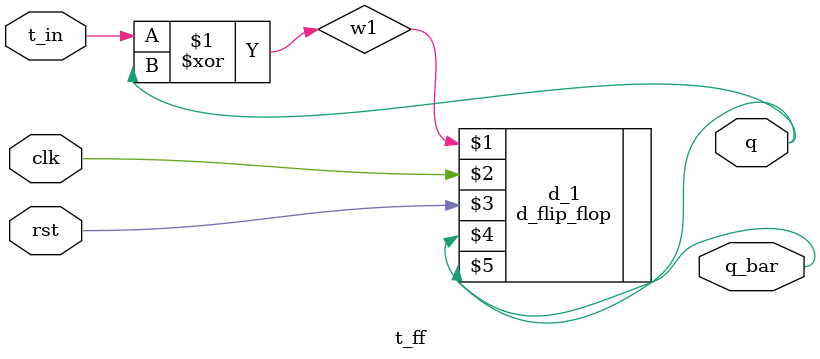
<source format=v>
`timescale 1ns / 1ps


module t_ff(
    input t_in,rst,clk,
    output q,q_bar
    );
    wire w1;
    xor x_1(w1,t_in,q);
    d_flip_flop d_1(w1,clk,rst,q,q_bar);
endmodule

</source>
